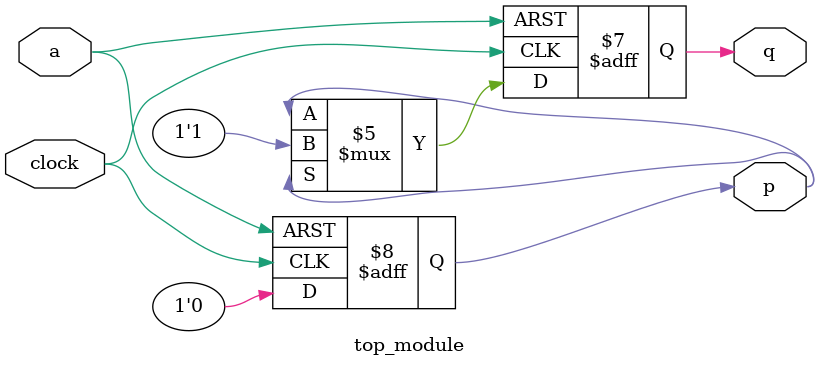
<source format=sv>
module top_module (
    input clock,
    input a, 
    output reg p,
    output reg q
);

    always @(posedge clock or posedge a) begin
        if (a) begin
            p <= 1;
        end else begin
            p <= 0;
        end
    end
    
    always @(negedge clock or posedge a) begin
        if (a) begin
            q <= 0;
        end else if (!p) begin
            q <= p;
        end else begin
            q <= 1;
        end
    end

endmodule

</source>
